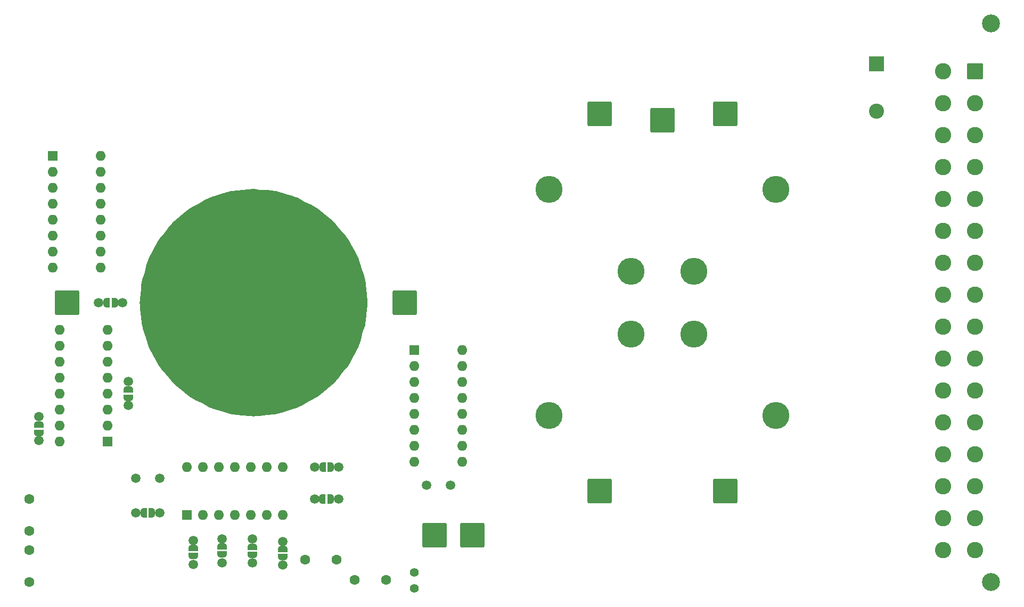
<source format=gbr>
G04 #@! TF.GenerationSoftware,KiCad,Pcbnew,(6.0.0)*
G04 #@! TF.CreationDate,2022-02-13T14:40:29+01:00*
G04 #@! TF.ProjectId,ADRmu,4144526d-752e-46b6-9963-61645f706362,0.3*
G04 #@! TF.SameCoordinates,Original*
G04 #@! TF.FileFunction,Soldermask,Bot*
G04 #@! TF.FilePolarity,Negative*
%FSLAX46Y46*%
G04 Gerber Fmt 4.6, Leading zero omitted, Abs format (unit mm)*
G04 Created by KiCad (PCBNEW (6.0.0)) date 2022-02-13 14:40:29*
%MOMM*%
%LPD*%
G01*
G04 APERTURE LIST*
G04 Aperture macros list*
%AMRoundRect*
0 Rectangle with rounded corners*
0 $1 Rounding radius*
0 $2 $3 $4 $5 $6 $7 $8 $9 X,Y pos of 4 corners*
0 Add a 4 corners polygon primitive as box body*
4,1,4,$2,$3,$4,$5,$6,$7,$8,$9,$2,$3,0*
0 Add four circle primitives for the rounded corners*
1,1,$1+$1,$2,$3*
1,1,$1+$1,$4,$5*
1,1,$1+$1,$6,$7*
1,1,$1+$1,$8,$9*
0 Add four rect primitives between the rounded corners*
20,1,$1+$1,$2,$3,$4,$5,0*
20,1,$1+$1,$4,$5,$6,$7,0*
20,1,$1+$1,$6,$7,$8,$9,0*
20,1,$1+$1,$8,$9,$2,$3,0*%
%AMFreePoly0*
4,1,22,0.500000,-0.750000,0.000000,-0.750000,0.000000,-0.745033,-0.079941,-0.743568,-0.215256,-0.701293,-0.333266,-0.622738,-0.424486,-0.514219,-0.481581,-0.384460,-0.499164,-0.250000,-0.500000,-0.250000,-0.500000,0.250000,-0.499164,0.250000,-0.499963,0.256109,-0.478152,0.396186,-0.417904,0.524511,-0.324060,0.630769,-0.204165,0.706417,-0.067858,0.745374,0.000000,0.744959,0.000000,0.750000,
0.500000,0.750000,0.500000,-0.750000,0.500000,-0.750000,$1*%
%AMFreePoly1*
4,1,20,0.000000,0.744959,0.073905,0.744508,0.209726,0.703889,0.328688,0.626782,0.421226,0.519385,0.479903,0.390333,0.500000,0.250000,0.500000,-0.250000,0.499851,-0.262216,0.476331,-0.402017,0.414519,-0.529596,0.319384,-0.634700,0.198574,-0.708877,0.061801,-0.746166,0.000000,-0.745033,0.000000,-0.750000,-0.500000,-0.750000,-0.500000,0.750000,0.000000,0.750000,0.000000,0.744959,
0.000000,0.744959,$1*%
G04 Aperture macros list end*
%ADD10C,18.100000*%
%ADD11C,1.600000*%
%ADD12RoundRect,0.250002X1.699998X1.699998X-1.699998X1.699998X-1.699998X-1.699998X1.699998X-1.699998X0*%
%ADD13C,4.300000*%
%ADD14RoundRect,0.250002X-1.699998X-1.699998X1.699998X-1.699998X1.699998X1.699998X-1.699998X1.699998X0*%
%ADD15C,2.850000*%
%ADD16RoundRect,0.250000X-1.050000X1.050000X-1.050000X-1.050000X1.050000X-1.050000X1.050000X1.050000X0*%
%ADD17C,2.600000*%
%ADD18C,1.500000*%
%ADD19C,1.400000*%
%ADD20R,1.600000X1.600000*%
%ADD21O,1.600000X1.600000*%
%ADD22R,2.400000X2.400000*%
%ADD23C,2.400000*%
%ADD24O,1.200000X1.600000*%
%ADD25O,1.200000X1.200000*%
%ADD26FreePoly0,270.000000*%
%ADD27FreePoly1,270.000000*%
%ADD28FreePoly0,180.000000*%
%ADD29FreePoly1,180.000000*%
%ADD30FreePoly0,0.000000*%
%ADD31FreePoly1,0.000000*%
G04 APERTURE END LIST*
D10*
X119050000Y-100000000D02*
G75*
G03*
X119050000Y-100000000I-9050000J0D01*
G01*
D11*
G04 #@! TO.C,C206*
X123211000Y-140912000D03*
X118211000Y-140912000D03*
G04 #@! TD*
D12*
G04 #@! TO.C,J305*
X185000000Y-130000000D03*
G04 #@! TD*
D13*
G04 #@! TO.C,H303*
X157000000Y-118000000D03*
G04 #@! TD*
D14*
G04 #@! TO.C,J301*
X185000000Y-70000000D03*
G04 #@! TD*
D13*
G04 #@! TO.C,H306*
X170000000Y-95000000D03*
G04 #@! TD*
D15*
G04 #@! TO.C,J101*
X227240000Y-144450000D03*
X227240000Y-55550000D03*
D16*
X224700000Y-63170000D03*
D17*
X224700000Y-68250000D03*
X224700000Y-73330000D03*
X224700000Y-78410000D03*
X224700000Y-83490000D03*
X224700000Y-88570000D03*
X224700000Y-93650000D03*
X224700000Y-98730000D03*
X224700000Y-103810000D03*
X224700000Y-108890000D03*
X224700000Y-113970000D03*
X224700000Y-119050000D03*
X224700000Y-124130000D03*
X224700000Y-129210000D03*
X224700000Y-134290000D03*
X224700000Y-139370000D03*
X219620000Y-63170000D03*
X219620000Y-68250000D03*
X219620000Y-73330000D03*
X219620000Y-78410000D03*
X219620000Y-83490000D03*
X219620000Y-88570000D03*
X219620000Y-93650000D03*
X219620000Y-98730000D03*
X219620000Y-103810000D03*
X219620000Y-108890000D03*
X219620000Y-113970000D03*
X219620000Y-119050000D03*
X219620000Y-124130000D03*
X219620000Y-129210000D03*
X219620000Y-134290000D03*
X219620000Y-139370000D03*
G04 #@! TD*
D18*
G04 #@! TO.C,R215*
X119695000Y-126180000D03*
X123495000Y-126180000D03*
G04 #@! TD*
G04 #@! TO.C,R225*
X114615000Y-137991000D03*
X114615000Y-141791000D03*
G04 #@! TD*
D13*
G04 #@! TO.C,H304*
X170000000Y-105000000D03*
G04 #@! TD*
D18*
G04 #@! TO.C,R219*
X95057000Y-127958000D03*
X91257000Y-127958000D03*
G04 #@! TD*
D11*
G04 #@! TO.C,C208*
X131085000Y-144087000D03*
X126085000Y-144087000D03*
G04 #@! TD*
D14*
G04 #@! TO.C,J105*
X134000000Y-100000000D03*
G04 #@! TD*
D18*
G04 #@! TO.C,R210*
X104963000Y-137610000D03*
X104963000Y-141410000D03*
G04 #@! TD*
G04 #@! TO.C,R216*
X100391000Y-137864000D03*
X100391000Y-141664000D03*
G04 #@! TD*
D19*
G04 #@! TO.C,C209*
X135570000Y-142944000D03*
X135570000Y-145444000D03*
G04 #@! TD*
D18*
G04 #@! TO.C,R201*
X90097000Y-112585000D03*
X90097000Y-116385000D03*
G04 #@! TD*
D13*
G04 #@! TO.C,H302*
X180000000Y-105000000D03*
G04 #@! TD*
D20*
G04 #@! TO.C,RN201*
X86795000Y-122100000D03*
D21*
X86795000Y-119560000D03*
X86795000Y-117020000D03*
X86795000Y-114480000D03*
X86795000Y-111940000D03*
X86795000Y-109400000D03*
X86795000Y-106860000D03*
X86795000Y-104320000D03*
X79175000Y-104320000D03*
X79175000Y-106860000D03*
X79175000Y-109400000D03*
X79175000Y-111940000D03*
X79175000Y-114480000D03*
X79175000Y-117020000D03*
X79175000Y-119560000D03*
X79175000Y-122100000D03*
G04 #@! TD*
D22*
G04 #@! TO.C,C302*
X209000000Y-62000000D03*
D23*
X209000000Y-69500000D03*
G04 #@! TD*
D18*
G04 #@! TO.C,R228*
X109789000Y-137610000D03*
X109789000Y-141410000D03*
G04 #@! TD*
D13*
G04 #@! TO.C,H301*
X193000000Y-118000000D03*
G04 #@! TD*
D14*
G04 #@! TO.C,J104*
X80375000Y-100000000D03*
G04 #@! TD*
D18*
G04 #@! TO.C,R220*
X137531000Y-129094000D03*
X141331000Y-129094000D03*
G04 #@! TD*
D14*
G04 #@! TO.C,J102*
X138745000Y-137000000D03*
G04 #@! TD*
D13*
G04 #@! TO.C,H308*
X180000000Y-95000000D03*
G04 #@! TD*
D18*
G04 #@! TO.C,R203*
X75873000Y-118173000D03*
X75873000Y-121973000D03*
G04 #@! TD*
D14*
G04 #@! TO.C,J103*
X144775000Y-137000000D03*
G04 #@! TD*
D24*
G04 #@! TO.C,U201*
X110000000Y-97085000D03*
D25*
X107935248Y-97940248D03*
X107080000Y-100005000D03*
X107935248Y-102069752D03*
X110000000Y-102925000D03*
X112064752Y-102069752D03*
X112920000Y-100005000D03*
X112064752Y-97940248D03*
G04 #@! TD*
D14*
G04 #@! TO.C,J302*
X175000000Y-71000000D03*
G04 #@! TD*
D11*
G04 #@! TO.C,C205*
X74356000Y-136300000D03*
X74356000Y-131300000D03*
G04 #@! TD*
D18*
G04 #@! TO.C,R223*
X89175000Y-100000000D03*
X85375000Y-100000000D03*
G04 #@! TD*
D20*
G04 #@! TO.C,RN204*
X78039000Y-76662245D03*
D21*
X78039000Y-79202245D03*
X78039000Y-81742245D03*
X78039000Y-84282245D03*
X78039000Y-86822245D03*
X78039000Y-89362245D03*
X78039000Y-91902245D03*
X78039000Y-94442245D03*
X85659000Y-94442245D03*
X85659000Y-91902245D03*
X85659000Y-89362245D03*
X85659000Y-86822245D03*
X85659000Y-84282245D03*
X85659000Y-81742245D03*
X85659000Y-79202245D03*
X85659000Y-76662245D03*
G04 #@! TD*
D20*
G04 #@! TO.C,RN203*
X99375000Y-133800000D03*
D21*
X101915000Y-133800000D03*
X104455000Y-133800000D03*
X106995000Y-133800000D03*
X109535000Y-133800000D03*
X112075000Y-133800000D03*
X114615000Y-133800000D03*
X114615000Y-126180000D03*
X112075000Y-126180000D03*
X109535000Y-126180000D03*
X106995000Y-126180000D03*
X104455000Y-126180000D03*
X101915000Y-126180000D03*
X99375000Y-126180000D03*
G04 #@! TD*
D12*
G04 #@! TO.C,J304*
X165000000Y-130000000D03*
G04 #@! TD*
D18*
G04 #@! TO.C,R213*
X95057000Y-133419000D03*
X91257000Y-133419000D03*
G04 #@! TD*
G04 #@! TO.C,R209*
X119695000Y-131260000D03*
X123495000Y-131260000D03*
G04 #@! TD*
D20*
G04 #@! TO.C,RN202*
X135570000Y-107511000D03*
D21*
X135570000Y-110051000D03*
X135570000Y-112591000D03*
X135570000Y-115131000D03*
X135570000Y-117671000D03*
X135570000Y-120211000D03*
X135570000Y-122751000D03*
X135570000Y-125291000D03*
X143190000Y-125291000D03*
X143190000Y-122751000D03*
X143190000Y-120211000D03*
X143190000Y-117671000D03*
X143190000Y-115131000D03*
X143190000Y-112591000D03*
X143190000Y-110051000D03*
X143190000Y-107511000D03*
G04 #@! TD*
D13*
G04 #@! TO.C,H305*
X157000000Y-82000000D03*
G04 #@! TD*
G04 #@! TO.C,H307*
X193000000Y-82000000D03*
G04 #@! TD*
D11*
G04 #@! TO.C,C204*
X74356000Y-144428000D03*
X74356000Y-139428000D03*
G04 #@! TD*
D14*
G04 #@! TO.C,J303*
X165000000Y-70000000D03*
G04 #@! TD*
D26*
G04 #@! TO.C,JP201*
X90097000Y-113835000D03*
D27*
X90097000Y-115135000D03*
G04 #@! TD*
D26*
G04 #@! TO.C,JP215*
X100391000Y-139051500D03*
D27*
X100391000Y-140351500D03*
G04 #@! TD*
D28*
G04 #@! TO.C,JP222*
X87925000Y-100000000D03*
D29*
X86625000Y-100000000D03*
G04 #@! TD*
D26*
G04 #@! TO.C,JP203*
X75873000Y-119418000D03*
D27*
X75873000Y-120718000D03*
G04 #@! TD*
D26*
G04 #@! TO.C,JP224*
X114615000Y-139178500D03*
D27*
X114615000Y-140478500D03*
G04 #@! TD*
D28*
G04 #@! TO.C,JP210*
X93807000Y-133419000D03*
D29*
X92507000Y-133419000D03*
G04 #@! TD*
D26*
G04 #@! TO.C,JP228*
X109789000Y-138860000D03*
D27*
X109789000Y-140160000D03*
G04 #@! TD*
D30*
G04 #@! TO.C,JP205*
X120929500Y-131260000D03*
D31*
X122229500Y-131260000D03*
G04 #@! TD*
D26*
G04 #@! TO.C,JP204*
X104963000Y-138797500D03*
D27*
X104963000Y-140097500D03*
G04 #@! TD*
D30*
G04 #@! TO.C,JP217*
X120945000Y-126180000D03*
D31*
X122245000Y-126180000D03*
G04 #@! TD*
M02*

</source>
